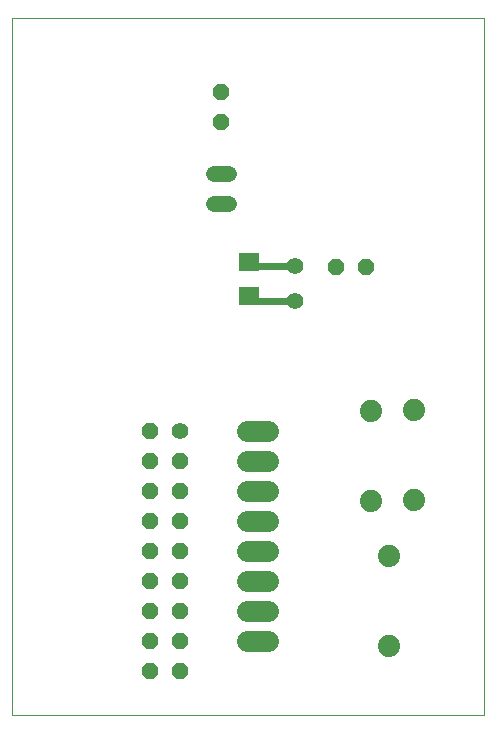
<source format=gtl>
G75*
%MOIN*%
%OFA0B0*%
%FSLAX25Y25*%
%IPPOS*%
%LPD*%
%AMOC8*
5,1,8,0,0,1.08239X$1,22.5*
%
%ADD10C,0.00000*%
%ADD11R,0.07098X0.06299*%
%ADD12OC8,0.05200*%
%ADD13C,0.05200*%
%ADD14C,0.05600*%
%ADD15OC8,0.05600*%
%ADD16C,0.07400*%
%ADD17C,0.07000*%
%ADD18R,0.03962X0.03962*%
%ADD19C,0.02400*%
D10*
X0001000Y0001000D02*
X0001000Y0233283D01*
X0158480Y0233283D01*
X0158480Y0001000D01*
X0001000Y0001000D01*
D11*
X0079976Y0140638D03*
X0079976Y0151835D03*
D12*
X0108913Y0150252D03*
X0118913Y0150252D03*
X0070882Y0198441D03*
X0070882Y0208441D03*
D13*
X0068282Y0181315D02*
X0073482Y0181315D01*
X0073482Y0171315D02*
X0068282Y0171315D01*
D14*
X0095488Y0150606D03*
X0095488Y0138795D03*
X0056945Y0095567D03*
D15*
X0056945Y0085567D03*
X0056945Y0075567D03*
X0056945Y0065567D03*
X0056945Y0055567D03*
X0056945Y0045567D03*
X0056945Y0035567D03*
X0056945Y0025567D03*
X0056945Y0015567D03*
X0046945Y0015567D03*
X0046945Y0025567D03*
X0046945Y0035567D03*
X0046945Y0045567D03*
X0046945Y0055567D03*
X0046945Y0065567D03*
X0046945Y0075567D03*
X0046945Y0085567D03*
X0046945Y0095567D03*
D16*
X0120843Y0102260D03*
X0135094Y0102575D03*
X0135094Y0072575D03*
X0126866Y0053815D03*
X0120843Y0072260D03*
X0126866Y0023815D03*
D17*
X0086508Y0025567D02*
X0079508Y0025567D01*
X0079508Y0035567D02*
X0086508Y0035567D01*
X0086508Y0045567D02*
X0079508Y0045567D01*
X0079508Y0055567D02*
X0086508Y0055567D01*
X0086508Y0065567D02*
X0079508Y0065567D01*
X0079508Y0075567D02*
X0086508Y0075567D01*
X0086508Y0085567D02*
X0079508Y0085567D01*
X0079508Y0095567D02*
X0086508Y0095567D01*
D18*
X0095488Y0138795D03*
X0095488Y0150606D03*
D19*
X0079740Y0150606D01*
X0079740Y0138795D02*
X0095488Y0138795D01*
M02*

</source>
